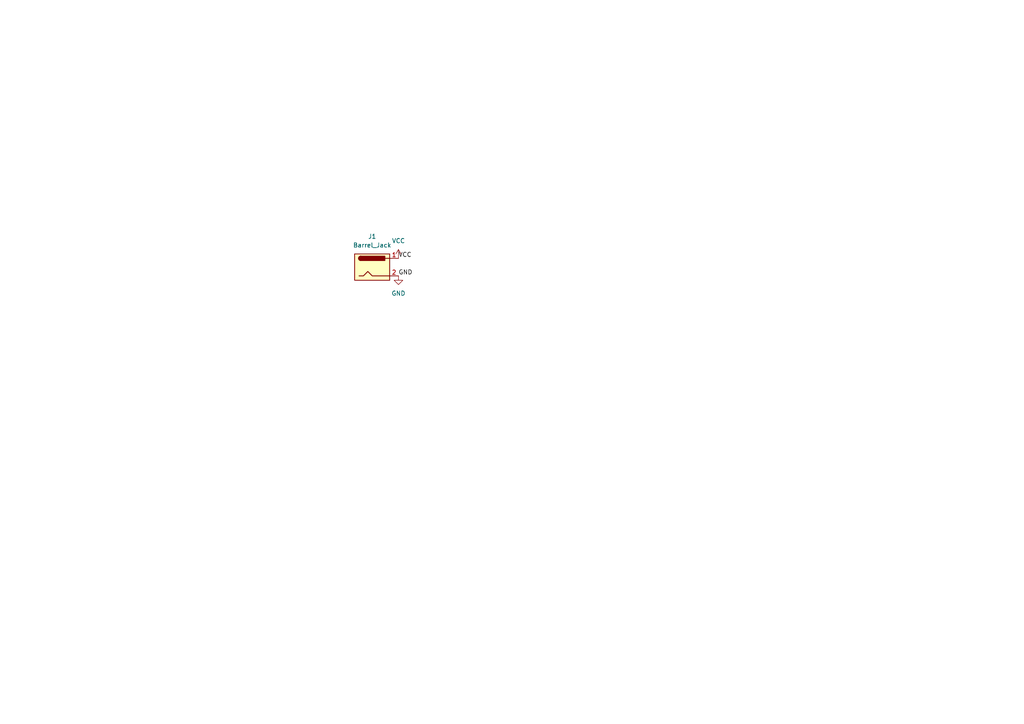
<source format=kicad_sch>
(kicad_sch (version 20211123) (generator eeschema)
  (paper "A4")
  (title_block (title "Magnet Levitator Leg") (date "2022-03-22") (rev "0.1V") (company "Yale University") (comment 1 "Paul Noel"))
  (lib_symbols
    (symbol "Connector:Barrel_Jack" (pin_names (offset 1.016))
      (property "Reference" "J" (at 0 5.334 0))
      (property "Value" "Barrel_Jack" (at 0 -5.08 0))
      (symbol "Barrel_Jack_0_1"
        (rectangle (start -5.08 3.81) (end 5.08 -3.81) (stroke (width 0.254)) (fill (type background)))
        (arc (start -3.302 3.175) (mid -3.937 2.54) (end -3.302 1.905) (stroke (width 0.254)))
        (arc (start -3.302 3.175) (mid -3.937 2.54) (end -3.302 1.905) (stroke (width 0.254)) (fill (type outline)))
        (polyline (pts (xy 5.08 2.54) (xy 3.81 2.54)) (stroke (width 0.254)))
        (polyline (pts (xy -3.81 -2.54) (xy -2.54 -2.54) (xy -1.27 -1.27) (xy 0 -2.54) (xy 2.54 -2.54) (xy 5.08 -2.54)) (stroke (width 0.254)))
        (rectangle (start 3.683 3.175) (end -3.302 1.905) (stroke (width 0.254)) (fill (type outline)))
      )
      (symbol "Barrel_Jack_1_1"
        (pin passive line (at 7.62 2.54 180) (length 2.54) (name "~") (number "1"))
        (pin passive line (at 7.62 -2.54 180) (length 2.54) (name "~") (number "2"))
      )
    )
    (symbol "power:GND" (power) (pin_names (offset 0))
      (property "Value" "GND" (at 0 -3.81 0))
      (symbol "GND_0_1"
        (polyline (pts (xy 0 0) (xy 0 -1.27) (xy 1.27 -1.27) (xy 0 -2.54) (xy -1.27 -1.27) (xy 0 -1.27)))
      )
      (symbol "GND_1_1"
        (pin power_in line (at 0 0 270) (length 0) hide (name "GND") (number "1"))
      )
    )
    (symbol "power:VCC" (power) (pin_names (offset 0))
      (property "Value" "VCC" (at 0 3.81 0))
      (symbol "VCC_0_1"
        (polyline (pts (xy -0.762 1.27) (xy 0 2.54)))
        (polyline (pts (xy 0 0) (xy 0 2.54)))
        (polyline (pts (xy 0 2.54) (xy 0.762 1.27)))
      )
      (symbol "VCC_1_1"
        (pin power_in line (at 0 0 90) (length 0) hide (name "VCC") (number "1"))
      )
    )
  )
  (label "GND" (at 115.57 80.01 0))
  (label "VCC" (at 115.57 74.93 0))
  (symbol (lib_id "power:VCC") (at 115.57 74.93 0) (unit 1)
    (property "Reference" "#PWR0102" (effects hide))
    (property "Value" "VCC" (at 115.57 69.85 0))
  )
  (symbol (lib_id "Connector:Barrel_Jack") (at 107.95 77.47 0) (unit 1)
    (property "Reference" "J1" (at 107.95 68.58 0))
    (property "Value" "Barrel_Jack" (at 107.95 71.12 0))
    (property "Footprint" "Connector_BarrelJack:BarrelJack_Horizontal" (effects hide))
  )
  (symbol (lib_id "power:GND") (at 115.57 80.01 0) (unit 1)
    (property "Reference" "#PWR0101" (effects hide))
    (property "Value" "GND" (at 115.57 85.09 0))
  )
)
</source>
